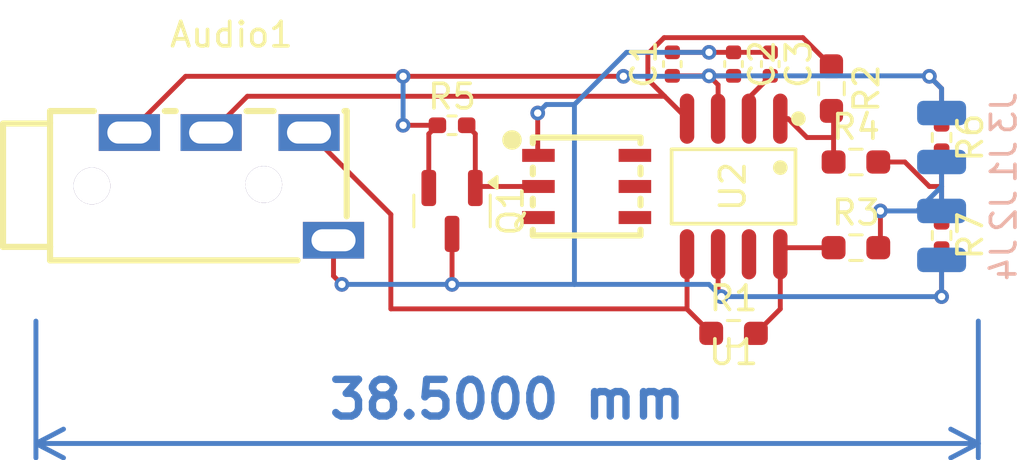
<source format=kicad_pcb>
(kicad_pcb (version 20240108) (generator "pcbnew") (generator_version "8.0")
  (layers (0 "F.Cu" signal) (31 "B.Cu" signal) (34 "B.Paste" user) (35 "F.Paste" user) (36 "B.SilkS" user "B.Silkscreen") (37 "F.SilkS" user "F.Silkscreen") (38 "B.Mask" user) (39 "F.Mask" user) (44 "Edge.Cuts" user))
  (net 0 "")
  (net 1 "GND")
  (net 2 "3V3A_SW")
  (net 3 "Net-(U1-+OUT)")
  (net 4 "Net-(U1-–OUT)")
  (net 5 "Net-(U1-VOCM)")
  (net 6 "Net-(J1-Pin_1)")
  (net 7 "Net-(Q1-G)")
  (net 8 "Net-(U1-+IN)")
  (net 9 "Net-(U1-–IN)")
  (net 10 "Net-(R4-Pad2)")
  (footprint "Resistor_SMD:R_0402_1005Metric_Pad0.72x0.64mm_HandSolder" (layer "F.Cu") (at 179 128 -90)
    (property "Reference" "R6" (at 0 -1.17 90) (layer "F.SilkS"))
    (property "Value" "330R")
    (fp_line (start -0.167621 0.38) (end 0.167621 0.38) (stroke (width 0.12)) (layer "F.SilkS"))
    (fp_line (start -0.167621 -0.38) (end 0.167621 -0.38) (stroke (width 0.12)) (layer "F.SilkS"))
    (pad "1" smd roundrect (at -0.5975 0 270) (size 0.715 0.64) (layers "F.Cu" "F.Paste" "F.Mask") (net 2 "3V3A_SW"))
    (pad "2" smd roundrect (at 0.5975 0 270) (size 0.715 0.64) (layers "F.Cu" "F.Paste" "F.Mask") (net 10 "Net-(R4-Pad2)"))
  )
  (footprint "Resistor_SMD:R_0603_1608Metric_Pad0.98x0.95mm_HandSolder" (layer "F.Cu") (at 175.5 132.5)
    (property "Reference" "R3" (at 0 -1.43 0) (layer "F.SilkS"))
    (property "Value" "5.6K")
    (fp_line (start -0.254724 -0.5225) (end 0.254724 -0.5225) (stroke (width 0.12)) (layer "F.SilkS"))
    (fp_line (start -0.254724 0.5225) (end 0.254724 0.5225) (stroke (width 0.12)) (layer "F.SilkS"))
    (pad "1" smd roundrect (at -0.9125 0) (size 0.975 0.95) (layers "F.Cu" "F.Paste" "F.Mask") (net 8 "Net-(U1-+IN)"))
    (pad "2" smd roundrect (at 0.9125 0) (size 0.975 0.95) (layers "F.Cu" "F.Paste" "F.Mask") (net 6 "Net-(J1-Pin_1)"))
  )
  (footprint "Resistor_SMD:R_0603_1608Metric_Pad0.98x0.95mm_HandSolder" (layer "F.Cu") (at 174.5 126 -90)
    (property "Reference" "R2" (at 0 -1.43 90) (layer "F.SilkS"))
    (property "Value" "510K")
    (fp_line (start -0.254724 0.5225) (end 0.254724 0.5225) (stroke (width 0.12)) (layer "F.SilkS"))
    (fp_line (start -0.254724 -0.5225) (end 0.254724 -0.5225) (stroke (width 0.12)) (layer "F.SilkS"))
    (pad "1" smd roundrect (at -0.9125 0 270) (size 0.975 0.95) (layers "F.Cu" "F.Paste" "F.Mask") (net 3 "Net-(U1-+OUT)"))
    (pad "2" smd roundrect (at 0.9125 0 270) (size 0.975 0.95) (layers "F.Cu" "F.Paste" "F.Mask") (net 9 "Net-(U1-–IN)"))
  )
  (footprint "Capacitor_SMD:C_0402_1005Metric" (layer "F.Cu") (at 170.5 125 -90)
    (property "Reference" "C2" (at 0 -1.16 90) (layer "F.SilkS"))
    (property "Value" "1000p")
    (fp_line (start -0.107836 0.36) (end 0.107836 0.36) (stroke (width 0.12)) (layer "F.SilkS"))
    (fp_line (start -0.107836 -0.36) (end 0.107836 -0.36) (stroke (width 0.12)) (layer "F.SilkS"))
    (pad "1" smd roundrect (at -0.48 0 270) (size 0.56 0.62) (layers "F.Cu" "F.Paste" "F.Mask") (net 1 "GND"))
    (pad "2" smd roundrect (at 0.48 0 270) (size 0.56 0.62) (layers "F.Cu" "F.Paste" "F.Mask") (net 2 "3V3A_SW"))
  )
  (footprint "Rocketry_Easyeda:TSOC-6_L3.9-W4.3-P1.27-BL" (layer "F.Cu") (at 164.5 130 -90)
    (property "Reference" "U2" (at 0 -5.97 90) (layer "F.SilkS"))
    (property "Value" "DS28E07P+T")
    (fp_line (start -2 2.2) (end -1.77 2.2) (stroke (width 0.25)) (layer "F.SilkS"))
    (fp_line (start -0.77 2.2) (end -0.5 2.2) (stroke (width 0.25)) (layer "F.SilkS"))
    (fp_line (start 0.5 2.2) (end 0.77 2.2) (stroke (width 0.25)) (layer "F.SilkS"))
    (fp_line (start 1.77 2.2) (end 2 2.2) (stroke (width 0.25)) (layer "F.SilkS"))
    (fp_line (start 2 2.2) (end 2 -2.2) (stroke (width 0.25)) (layer "F.SilkS"))
    (fp_line (start -2 -2.2) (end -2 2.2) (stroke (width 0.25)) (layer "F.SilkS"))
    (fp_line (start -1.77 -2.2) (end -2 -2.2) (stroke (width 0.25)) (layer "F.SilkS"))
    (fp_line (start -0.5 -2.2) (end -0.77 -2.2) (stroke (width 0.25)) (layer "F.SilkS"))
    (fp_line (start 0.77 -2.2) (end 0.5 -2.2) (stroke (width 0.25)) (layer "F.SilkS"))
    (fp_line (start 2 -2.2) (end 1.77 -2.2) (stroke (width 0.25)) (layer "F.SilkS"))
    (fp_circle (center -1.9 3.05) (end -1.7 3.05) (stroke (width 0.4)) (fill none) (layer "F.SilkS"))
    (pad "1" smd rect (at -1.27 1.97 270) (size 0.53 1.33) (layers "F.Cu" "F.Paste" "F.Mask") (net 1 "GND"))
    (pad "2" smd rect (at 0 1.97 270) (size 0.53 1.33) (layers "F.Cu" "F.Paste" "F.Mask") (net 7 "Net-(Q1-G)"))
    (pad "3" smd rect (at 1.27 1.97 270) (size 0.53 1.33) (layers "F.Cu" "F.Paste" "F.Mask"))
    (pad "4" smd rect (at 1.27 -1.97 270) (size 0.53 1.33) (layers "F.Cu" "F.Paste" "F.Mask"))
    (pad "5" smd rect (at 0 -1.97 270) (size 0.53 1.33) (layers "F.Cu" "F.Paste" "F.Mask"))
    (pad "6" smd rect (at -1.27 -1.97 270) (size 0.53 1.33) (layers "F.Cu" "F.Paste" "F.Mask"))
  )
  (footprint "Package_TO_SOT_SMD:SOT-23" (layer "F.Cu") (at 159 131 -90)
    (property "Reference" "Q1" (at 0 -2.4 90) (layer "F.SilkS"))
    (property "Value" "AO3401A")
    (fp_line (start 0 1.56) (end -0.65 1.56) (stroke (width 0.12)) (layer "F.SilkS"))
    (fp_line (start 0 1.56) (end 0.65 1.56) (stroke (width 0.12)) (layer "F.SilkS"))
    (fp_line (start 0 -1.56) (end -0.65 -1.56) (stroke (width 0.12)) (layer "F.SilkS"))
    (fp_line (start 0 -1.56) (end 0.65 -1.56) (stroke (width 0.12)) (layer "F.SilkS"))
    (fp_poly (pts (xy -1.1625 -1.51) (xy -1.4025 -1.84) (xy -0.9225 -1.84) (xy -1.1625 -1.51)) (stroke (width 0.12)) (fill solid) (layer "F.SilkS"))
    (pad "1" smd roundrect (at -0.9375 -0.95 270) (size 1.475 0.6) (layers "F.Cu" "F.Paste" "F.Mask") (net 7 "Net-(Q1-G)"))
    (pad "2" smd roundrect (at -0.9375 0.95 270) (size 1.475 0.6) (layers "F.Cu" "F.Paste" "F.Mask") (net 2 "3V3A_SW"))
    (pad "3" smd roundrect (at 0.9375 0 270) (size 1.475 0.6) (layers "F.Cu" "F.Paste" "F.Mask") (net 1 "GND"))
  )
  (footprint "Capacitor_SMD:C_0402_1005Metric" (layer "F.Cu") (at 168 125 90)
    (property "Reference" "C1" (at 0 -1.16 90) (layer "F.SilkS"))
    (property "Value" "100n")
    (fp_line (start -0.107836 -0.36) (end 0.107836 -0.36) (stroke (width 0.12)) (layer "F.SilkS"))
    (fp_line (start -0.107836 0.36) (end 0.107836 0.36) (stroke (width 0.12)) (layer "F.SilkS"))
    (pad "1" smd roundrect (at -0.48 0 90) (size 0.56 0.62) (layers "F.Cu" "F.Paste" "F.Mask") (net 2 "3V3A_SW"))
    (pad "2" smd roundrect (at 0.48 0 90) (size 0.56 0.62) (layers "F.Cu" "F.Paste" "F.Mask") (net 1 "GND"))
  )
  (footprint "Rocketry_Easyeda:SOIC-8_L4.9-W3.9-P1.27-LS6.0-BL" (layer "F.Cu") (at 170.5 130 180)
    (property "Reference" "U1" (at 0 -6.77 360) (layer "F.SilkS"))
    (property "Value" "ADA4940-1ARZ-R7")
    (fp_line (start 2.53 1.52) (end -2.53 1.52) (stroke (width 0.15)) (layer "F.SilkS"))
    (fp_line (start 2.53 -1.52) (end 2.53 1.52) (stroke (width 0.15)) (layer "F.SilkS"))
    (fp_line (start -2.53 1.52) (end -2.53 -1.52) (stroke (width 0.15)) (layer "F.SilkS"))
    (fp_line (start -2.53 -1.52) (end 2.53 -1.52) (stroke (width 0.15)) (layer "F.SilkS"))
    (fp_circle (center -1.91 0.77) (end -1.76 0.77) (stroke (width 0.3)) (fill none) (layer "F.SilkS"))
    (fp_circle (center -2.65 2.77) (end -2.5 2.77) (stroke (width 0.3)) (fill none) (layer "F.SilkS"))
    (pad "1" smd oval (at -1.91 2.77 180) (size 0.59 2.05) (layers "F.Cu" "F.Paste" "F.Mask") (net 9 "Net-(U1-–IN)"))
    (pad "2" smd oval (at -0.63 2.77 180) (size 0.59 2.05) (layers "F.Cu" "F.Paste" "F.Mask") (net 5 "Net-(U1-VOCM)"))
    (pad "3" smd oval (at 0.63 2.77 180) (size 0.59 2.05) (layers "F.Cu" "F.Paste" "F.Mask") (net 2 "3V3A_SW"))
    (pad "4" smd oval (at 1.9 2.77 180) (size 0.59 2.05) (layers "F.Cu" "F.Paste" "F.Mask") (net 3 "Net-(U1-+OUT)"))
    (pad "5" smd oval (at 1.9 -2.77 180) (size 0.59 2.05) (layers "F.Cu" "F.Paste" "F.Mask") (net 4 "Net-(U1-–OUT)"))
    (pad "6" smd oval (at 0.63 -2.77 180) (size 0.59 2.05) (layers "F.Cu" "F.Paste" "F.Mask") (net 1 "GND"))
    (pad "7" smd oval (at -0.63 -2.77 180) (size 0.59 2.05) (layers "F.Cu" "F.Paste" "F.Mask"))
    (pad "8" smd oval (at -1.91 -2.77 180) (size 0.59 2.05) (layers "F.Cu" "F.Paste" "F.Mask") (net 8 "Net-(U1-+IN)"))
  )
  (footprint "Rocketry_Easyeda:AUDIO-TH_PJ-3200B-4A" (layer "F.Cu") (at 149.9875 129.9975)
    (property "Reference" "Audio1" (at 0 -6.2 0) (layer "F.SilkS"))
    (property "Value" "PJ-3200B-4A")
    (fp_line (start -9.33 -2.57) (end -7.44 -2.57) (stroke (width 0.25)) (layer "F.SilkS"))
    (fp_line (start -9.33 -2.54) (end -9.33 2.46) (stroke (width 0.25)) (layer "F.SilkS"))
    (fp_line (start -9.33 2.44) (end -9.33 2.47) (stroke (width 0.25)) (layer "F.SilkS"))
    (fp_line (start -9.33 2.47) (end -7.44 2.47) (stroke (width 0.25)) (layer "F.SilkS"))
    (fp_line (start -7.44 -2.57) (end -7.41 -2.6) (stroke (width 0.25)) (layer "F.SilkS"))
    (fp_line (start -7.44 2.47) (end -7.41 2.47) (stroke (width 0.25)) (layer "F.SilkS"))
    (fp_line (start -7.41 -3.08) (end -7.41 3.02) (stroke (width 0.25)) (layer "F.SilkS"))
    (fp_line (start -7.41 -3.08) (end -5.62 -3.08) (stroke (width 0.25)) (layer "F.SilkS"))
    (fp_line (start -7.41 2.47) (end -7.41 2.47) (stroke (width 0.25)) (layer "F.SilkS"))
    (fp_line (start -7.41 3.02) (end 2.7 3.02) (stroke (width 0.25)) (layer "F.SilkS"))
    (fp_line (start -2.72 -3.08) (end -2.28 -3.08) (stroke (width 0.25)) (layer "F.SilkS"))
    (fp_line (start 0.62 -3.08) (end 1.72 -3.08) (stroke (width 0.25)) (layer "F.SilkS"))
    (fp_line (start 4.62 -3.08) (end 4.71 -3.08) (stroke (width 0.25)) (layer "F.SilkS"))
    (fp_line (start 4.71 -3.08) (end 4.71 1.22) (stroke (width 0.25)) (layer "F.SilkS"))
    (pad "" thru_hole circle (at -5.7 -0.02) (size 1.5 1.5) (drill 1.5) (layers "*.Cu" "*.Mask"))
    (pad "" thru_hole circle (at 1.32 -0.08) (size 1.5 1.5) (drill 1.5) (layers "*.Cu" "*.Mask"))
    (pad "1" thru_hole rect (at 4.17 2.2 90) (size 1.5 2.5) (drill oval 0.900024 1.8002) (layers "*.Cu" "*.Mask") (net 1 "GND"))
    (pad "2" thru_hole rect (at 3.17 -2.2 90) (size 1.5 2.5) (drill oval 0.900024 1.799946) (layers "*.Cu" "*.Mask") (net 4 "Net-(U1-–OUT)"))
    (pad "3" thru_hole rect (at -4.17 -2.2 90) (size 1.5 2.5) (drill oval 0.900024 1.8002) (layers "*.Cu" "*.Mask") (net 2 "3V3A_SW"))
    (pad "4" thru_hole rect (at -0.83 -2.2 90) (size 1.5 2.5) (drill oval 0.900024 1.799946) (layers "*.Cu" "*.Mask") (net 3 "Net-(U1-+OUT)"))
  )
  (footprint "Resistor_SMD:R_0402_1005Metric_Pad0.72x0.64mm_HandSolder" (layer "F.Cu") (at 179 132 -90)
    (property "Reference" "R7" (at 0 -1.17 90) (layer "F.SilkS"))
    (property "Value" "330R")
    (fp_line (start -0.167621 0.38) (end 0.167621 0.38) (stroke (width 0.12)) (layer "F.SilkS"))
    (fp_line (start -0.167621 -0.38) (end 0.167621 -0.38) (stroke (width 0.12)) (layer "F.SilkS"))
    (pad "1" smd roundrect (at -0.5975 0 270) (size 0.715 0.64) (layers "F.Cu" "F.Paste" "F.Mask") (net 10 "Net-(R4-Pad2)"))
    (pad "2" smd roundrect (at 0.5975 0 270) (size 0.715 0.64) (layers "F.Cu" "F.Paste" "F.Mask") (net 1 "GND"))
  )
  (footprint "Resistor_SMD:R_0603_1608Metric_Pad0.98x0.95mm_HandSolder" (layer "F.Cu") (at 175.5 129)
    (property "Reference" "R4" (at 0 -1.43 0) (layer "F.SilkS"))
    (property "Value" "5.6K")
    (fp_line (start -0.254724 -0.5225) (end 0.254724 -0.5225) (stroke (width 0.12)) (layer "F.SilkS"))
    (fp_line (start -0.254724 0.5225) (end 0.254724 0.5225) (stroke (width 0.12)) (layer "F.SilkS"))
    (pad "1" smd roundrect (at -0.9125 0) (size 0.975 0.95) (layers "F.Cu" "F.Paste" "F.Mask") (net 9 "Net-(U1-–IN)"))
    (pad "2" smd roundrect (at 0.9125 0) (size 0.975 0.95) (layers "F.Cu" "F.Paste" "F.Mask") (net 10 "Net-(R4-Pad2)"))
  )
  (footprint "Resistor_SMD:R_0603_1608Metric_Pad0.98x0.95mm_HandSolder" (layer "F.Cu") (at 170.5 136)
    (property "Reference" "R1" (at 0 -1.43 0) (layer "F.SilkS"))
    (property "Value" "510K")
    (fp_line (start -0.254724 -0.5225) (end 0.254724 -0.5225) (stroke (width 0.12)) (layer "F.SilkS"))
    (fp_line (start -0.254724 0.5225) (end 0.254724 0.5225) (stroke (width 0.12)) (layer "F.SilkS"))
    (pad "1" smd roundrect (at -0.9125 0) (size 0.975 0.95) (layers "F.Cu" "F.Paste" "F.Mask") (net 4 "Net-(U1-–OUT)"))
    (pad "2" smd roundrect (at 0.9125 0) (size 0.975 0.95) (layers "F.Cu" "F.Paste" "F.Mask") (net 8 "Net-(U1-+IN)"))
  )
  (footprint "Resistor_SMD:R_0402_1005Metric_Pad0.72x0.64mm_HandSolder" (layer "F.Cu") (at 159 127.5)
    (property "Reference" "R5" (at 0 -1.17 0) (layer "F.SilkS"))
    (property "Value" "10K")
    (fp_line (start -0.167621 -0.38) (end 0.167621 -0.38) (stroke (width 0.12)) (layer "F.SilkS"))
    (fp_line (start -0.167621 0.38) (end 0.167621 0.38) (stroke (width 0.12)) (layer "F.SilkS"))
    (pad "1" smd roundrect (at -0.5975 0) (size 0.715 0.64) (layers "F.Cu" "F.Paste" "F.Mask") (net 2 "3V3A_SW"))
    (pad "2" smd roundrect (at 0.5975 0) (size 0.715 0.64) (layers "F.Cu" "F.Paste" "F.Mask") (net 7 "Net-(Q1-G)"))
  )
  (footprint "Capacitor_SMD:C_0402_1005Metric" (layer "F.Cu") (at 172 125 -90)
    (property "Reference" "C3" (at 0 -1.16 90) (layer "F.SilkS"))
    (property "Value" "100n")
    (fp_line (start -0.107836 0.36) (end 0.107836 0.36) (stroke (width 0.12)) (layer "F.SilkS"))
    (fp_line (start -0.107836 -0.36) (end 0.107836 -0.36) (stroke (width 0.12)) (layer "F.SilkS"))
    (pad "1" smd roundrect (at -0.48 0 270) (size 0.56 0.62) (layers "F.Cu" "F.Paste" "F.Mask") (net 1 "GND"))
    (pad "2" smd roundrect (at 0.48 0 270) (size 0.56 0.62) (layers "F.Cu" "F.Paste" "F.Mask") (net 5 "Net-(U1-VOCM)"))
  )
  (footprint "Connector_Wire:SolderWirePad_1x01_SMD_1x2mm" (layer "B.Cu") (at 179 129 90)
    (property "Reference" "J1" (at 0 2.54 90) (layer "B.SilkS") (effects (justify mirror)))
    (property "Value" "SG1m")
    (pad "1" smd roundrect (at 0 0 90) (size 1 2) (layers "B.Cu" "B.Paste" "B.Mask") (net 6 "Net-(J1-Pin_1)"))
  )
  (footprint "Connector_Wire:SolderWirePad_1x01_SMD_1x2mm" (layer "B.Cu") (at 179 133 90)
    (property "Reference" "J4" (at 0 2.54 90) (layer "B.SilkS") (effects (justify mirror)))
    (property "Value" "SG2m")
    (pad "1" smd roundrect (at 0 0 90) (size 1 2) (layers "B.Cu" "B.Paste" "B.Mask") (net 1 "GND"))
  )
  (footprint "Connector_Wire:SolderWirePad_1x01_SMD_1x2mm" (layer "B.Cu") (at 179 131 90)
    (property "Reference" "J2" (at 0 2.54 90) (layer "B.SilkS") (effects (justify mirror)))
    (property "Value" "SG2p")
    (pad "1" smd roundrect (at 0 0 90) (size 1 2) (layers "B.Cu" "B.Paste" "B.Mask") (net 6 "Net-(J1-Pin_1)"))
  )
  (footprint "Connector_Wire:SolderWirePad_1x01_SMD_1x2mm" (layer "B.Cu") (at 179 127 90)
    (property "Reference" "J3" (at 0 2.54 90) (layer "B.SilkS") (effects (justify mirror)))
    (property "Value" "SG1p")
    (pad "1" smd roundrect (at 0 0 90) (size 1 2) (layers "B.Cu" "B.Paste" "B.Mask") (net 2 "3V3A_SW"))
  )
  (dimension (type aligned) (layer "B.Cu") (pts (xy 142 135) (xy 180.5 135)) (height 5.5) (gr_text "1.5157 in" (at 161.25 138.7 0) (layer "B.Cu") (effects (font (size 1.5 1.5) (thickness 0.3)))) (format (prefix "") (suffix "") (units 3) (units_format 1) (precision 4)) (style (thickness 0.2) (arrow_length 1.27) (text_position_mode 0) (extension_height 0.58642) (extension_offset 0.5) keep_text_aligned))
  (segment (start 169.87 132.77) (end 169.87 134.37) (width 0.2) (layer "F.Cu") (net 1))
  (segment (start 162.5 128.7) (end 162.53 128.73) (width 0.2) (layer "F.Cu") (net 1))
  (segment (start 168 124.52) (end 169.5 124.52) (width 0.2) (layer "F.Cu") (net 1))
  (segment (start 162.5 127) (end 162.5 128.7) (width 0.2) (layer "F.Cu") (net 1))
  (segment (start 172 124.52) (end 169.5 124.52) (width 0.2) (layer "F.Cu") (net 1))
  (segment (start 154.1575 132.1975) (end 154.1575 133.6575) (width 0.2) (layer "F.Cu") (net 1))
  (segment (start 159 134) (end 159 131.9375) (width 0.2) (layer "F.Cu") (net 1))
  (segment (start 169.87 134.37) (end 170 134.5) (width 0.2) (layer "F.Cu") (net 1))
  (segment (start 179 134.5) (end 179 132.5975) (width 0.2) (layer "F.Cu") (net 1))
  (segment (start 154.1575 133.6575) (end 154.5 134) (width 0.2) (layer "F.Cu") (net 1))
  (via (at 169.5 124.52) (size 0.6) (drill 0.3) (layers "F.Cu" "B.Cu") (net 1))
  (via (at 162.5 127) (size 0.6) (drill 0.3) (layers "F.Cu" "B.Cu") (net 1))
  (via (at 179 134.5) (size 0.6) (drill 0.3) (layers "F.Cu" "B.Cu") (net 1))
  (via (at 170 134.5) (size 0.6) (drill 0.3) (layers "F.Cu" "B.Cu") (net 1))
  (via (at 154.5 134) (size 0.6) (drill 0.3) (layers "F.Cu" "B.Cu") (net 1))
  (via (at 159 134) (size 0.6) (drill 0.3) (layers "F.Cu" "B.Cu") (net 1))
  (segment (start 154.5 134) (end 159 134) (width 0.2) (layer "B.Cu") (net 1))
  (segment (start 179 133) (end 179 134.5) (width 0.2) (layer "B.Cu") (net 1))
  (segment (start 170 134.5) (end 179 134.5) (width 0.2) (layer "B.Cu") (net 1))
  (segment (start 166.131471 124.52) (end 164 126.651471) (width 0.2) (layer "B.Cu") (net 1))
  (segment (start 164 134) (end 169.5 134) (width 0.2) (layer "B.Cu") (net 1))
  (segment (start 162.848529 126.651471) (end 162.5 127) (width 0.2) (layer "B.Cu") (net 1))
  (segment (start 169.5 124.52) (end 166.131471 124.52) (width 0.2) (layer "B.Cu") (net 1))
  (segment (start 169.5 134) (end 170 134.5) (width 0.2) (layer "B.Cu") (net 1))
  (segment (start 164 126.651471) (end 164 134) (width 0.2) (layer "B.Cu") (net 1))
  (segment (start 164 126.651471) (end 162.848529 126.651471) (width 0.2) (layer "B.Cu") (net 1))
  (segment (start 159 134) (end 164 134) (width 0.2) (layer "B.Cu") (net 1))
  (segment (start 157 127.5) (end 158.4025 127.5) (width 0.2) (layer "F.Cu") (net 2))
  (segment (start 158.05 130.0625) (end 158.05 127.8525) (width 0.2) (layer "F.Cu") (net 2))
  (segment (start 169.87 127.23) (end 169.87 125.85) (width 0.2) (layer "F.Cu") (net 2))
  (segment (start 178.5 125.5) (end 179 126) (width 0.2) (layer "F.Cu") (net 2))
  (segment (start 179 126) (end 179 127.4025) (width 0.2) (layer "F.Cu") (net 2))
  (segment (start 168 125.48) (end 170.5 125.48) (width 0.2) (layer "F.Cu") (net 2))
  (segment (start 169.87 125.85) (end 169.5 125.48) (width 0.2) (layer "F.Cu") (net 2))
  (segment (start 148.115 125.5) (end 166 125.5) (width 0.2) (layer "F.Cu") (net 2))
  (segment (start 158.05 127.8525) (end 158.4025 127.5) (width 0.2) (layer "F.Cu") (net 2))
  (segment (start 145.8175 127.7975) (end 148.115 125.5) (width 0.2) (layer "F.Cu") (net 2))
  (via (at 166 125.5) (size 0.6) (drill 0.3) (layers "F.Cu" "B.Cu") (net 2))
  (via (at 157 127.5) (size 0.6) (drill 0.3) (layers "F.Cu" "B.Cu") (net 2))
  (via (at 157 125.5) (size 0.6) (drill 0.3) (layers "F.Cu" "B.Cu") (net 2))
  (via (at 178.5 125.5) (size 0.6) (drill 0.3) (layers "F.Cu" "B.Cu") (net 2))
  (via (at 169.5 125.48) (size 0.6) (drill 0.3) (layers "F.Cu" "B.Cu") (net 2))
  (segment (start 169.5 125.48) (end 178.48 125.48) (width 0.2) (layer "B.Cu") (net 2))
  (segment (start 169.48 125.5) (end 169.5 125.48) (width 0.2) (layer "B.Cu") (net 2))
  (segment (start 179 127) (end 179 126) (width 0.2) (layer "B.Cu") (net 2))
  (segment (start 166 125.5) (end 169.48 125.5) (width 0.2) (layer "B.Cu") (net 2))
  (segment (start 178.48 125.48) (end 178.5 125.5) (width 0.2) (layer "B.Cu") (net 2))
  (segment (start 179 126) (end 178.5 125.5) (width 0.2) (layer "B.Cu") (net 2))
  (segment (start 157 125.5) (end 157 127.5) (width 0.2) (layer "B.Cu") (net 2))
  (segment (start 174.5 125.0875) (end 173.3325 123.92) (width 0.2) (layer "F.Cu") (net 3))
  (segment (start 167 125.63) (end 167.685 126.315) (width 0.2) (layer "F.Cu") (net 3))
  (segment (start 167.663866 123.92) (end 167 124.583866) (width 0.2) (layer "F.Cu") (net 3))
  (segment (start 149.1575 127.7975) (end 150.64 126.315) (width 0.2) (layer "F.Cu") (net 3))
  (segment (start 167 124.583866) (end 167 125.63) (width 0.2) (layer "F.Cu") (net 3))
  (segment (start 173.3325 123.92) (end 167.663866 123.92) (width 0.2) (layer "F.Cu") (net 3))
  (segment (start 167.685 126.315) (end 168.6 127.23) (width 0.2) (layer "F.Cu") (net 3))
  (segment (start 150.64 126.315) (end 167.685 126.315) (width 0.2) (layer "F.Cu") (net 3))
  (segment (start 168.6 135) (end 168.6 132.77) (width 0.2) (layer "F.Cu") (net 4))
  (segment (start 169.5875 136) (end 168.6 135.0125) (width 0.2) (layer "F.Cu") (net 4))
  (segment (start 156.5 131.14) (end 153.1575 127.7975) (width 0.2) (layer "F.Cu") (net 4))
  (segment (start 168.6 135.0125) (end 168.6 135) (width 0.2) (layer "F.Cu") (net 4))
  (segment (start 168.6 135) (end 156.5 135) (width 0.2) (layer "F.Cu") (net 4))
  (segment (start 156.5 135) (end 156.5 131.14) (width 0.2) (layer "F.Cu") (net 4))
  (segment (start 172 125.5) (end 171.13 126.37) (width 0.2) (layer "F.Cu") (net 5))
  (segment (start 172 125.48) (end 172 125.5) (width 0.2) (layer "F.Cu") (net 5))
  (segment (start 171.13 126.37) (end 171.13 127.23) (width 0.2) (layer "F.Cu") (net 5))
  (segment (start 176.5 131) (end 176.5 132.4125) (width 0.2) (layer "F.Cu") (net 6))
  (segment (start 176.5 132.4125) (end 176.4125 132.5) (width 0.2) (layer "F.Cu") (net 6))
  (via (at 176.5 131) (size 0.6) (drill 0.3) (layers "F.Cu" "B.Cu") (net 6))
  (segment (start 179 130) (end 179 129) (width 0.2) (layer "B.Cu") (net 6))
  (segment (start 178 131) (end 176.5 131) (width 0.2) (layer "B.Cu") (net 6))
  (segment (start 179 130) (end 178 131) (width 0.2) (layer "B.Cu") (net 6))
  (segment (start 179 131) (end 179 130) (width 0.2) (layer "B.Cu") (net 6))
  (segment (start 160.0125 130) (end 159.95 130.0625) (width 0.2) (layer "F.Cu") (net 7))
  (segment (start 162.53 130) (end 160.0125 130) (width 0.2) (layer "F.Cu") (net 7))
  (segment (start 159.95 130.0625) (end 159.95 127.8525) (width 0.2) (layer "F.Cu") (net 7))
  (segment (start 159.95 127.8525) (end 159.5975 127.5) (width 0.2) (layer "F.Cu") (net 7))
  (segment (start 172.41 135.0025) (end 171.4125 136) (width 0.2) (layer "F.Cu") (net 8))
  (segment (start 172.68 132.5) (end 172.41 132.77) (width 0.2) (layer "F.Cu") (net 8))
  (segment (start 172.41 132.77) (end 172.41 135.0025) (width 0.2) (layer "F.Cu") (net 8))
  (segment (start 174.5875 132.5) (end 172.68 132.5) (width 0.2) (layer "F.Cu") (net 8))
  (segment (start 173.5 128) (end 174.5875 128) (width 0.2) (layer "F.Cu") (net 9))
  (segment (start 174.5875 129) (end 174.5875 128) (width 0.2) (layer "F.Cu") (net 9))
  (segment (start 174.5875 128) (end 174.5875 127) (width 0.2) (layer "F.Cu") (net 9))
  (segment (start 172.73 127.23) (end 173.5 128) (width 0.2) (layer "F.Cu") (net 9))
  (segment (start 174.5875 127) (end 174.5 126.9125) (width 0.2) (layer "F.Cu") (net 9))
  (segment (start 172.41 127.23) (end 172.73 127.23) (width 0.2) (layer "F.Cu") (net 9))
  (segment (start 179 131.4025) (end 179 130) (width 0.2) (layer "F.Cu") (net 10))
  (segment (start 176.4125 129) (end 177.5 129) (width 0.2) (layer "F.Cu") (net 10))
  (segment (start 178.5 130) (end 179 130) (width 0.2) (layer "F.Cu") (net 10))
  (segment (start 177.5 129) (end 178.5 130) (width 0.2) (layer "F.Cu") (net 10))
  (segment (start 179 130) (end 179 128.5975) (width 0.2) (layer "F.Cu") (net 10))
)
</source>
